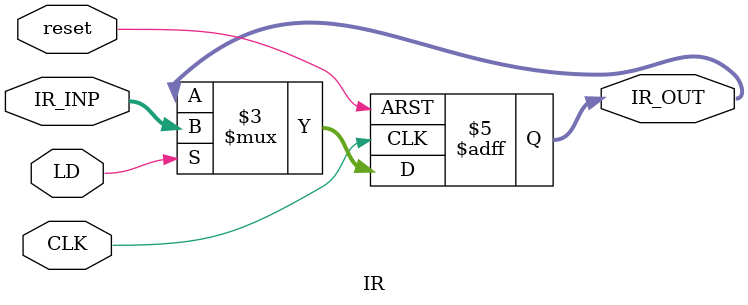
<source format=v>
module IR #(parameter size = 16 ) (IR_OUT ,IR_INP ,LD , CLK ,reset);
input CLK ,LD ,reset;
input [size-1:0] IR_INP ;
output reg [size-1:0] IR_OUT ;


  
always @(negedge CLK, posedge reset) begin   
  if (reset) begin
	IR_OUT = 0;
  end 
  else if (LD) begin
        IR_OUT = IR_INP ;
   end
end


endmodule


</source>
